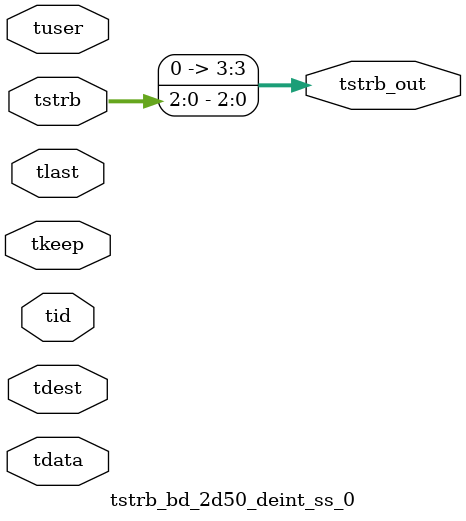
<source format=v>


`timescale 1ps/1ps

module tstrb_bd_2d50_deint_ss_0 #
(
parameter C_S_AXIS_TDATA_WIDTH = 32,
parameter C_S_AXIS_TUSER_WIDTH = 0,
parameter C_S_AXIS_TID_WIDTH   = 0,
parameter C_S_AXIS_TDEST_WIDTH = 0,
parameter C_M_AXIS_TDATA_WIDTH = 32
)
(
input  [(C_S_AXIS_TDATA_WIDTH == 0 ? 1 : C_S_AXIS_TDATA_WIDTH)-1:0     ] tdata,
input  [(C_S_AXIS_TUSER_WIDTH == 0 ? 1 : C_S_AXIS_TUSER_WIDTH)-1:0     ] tuser,
input  [(C_S_AXIS_TID_WIDTH   == 0 ? 1 : C_S_AXIS_TID_WIDTH)-1:0       ] tid,
input  [(C_S_AXIS_TDEST_WIDTH == 0 ? 1 : C_S_AXIS_TDEST_WIDTH)-1:0     ] tdest,
input  [(C_S_AXIS_TDATA_WIDTH/8)-1:0 ] tkeep,
input  [(C_S_AXIS_TDATA_WIDTH/8)-1:0 ] tstrb,
input                                                                    tlast,
output [(C_M_AXIS_TDATA_WIDTH/8)-1:0 ] tstrb_out
);

assign tstrb_out = {tstrb[2:0]};

endmodule


</source>
